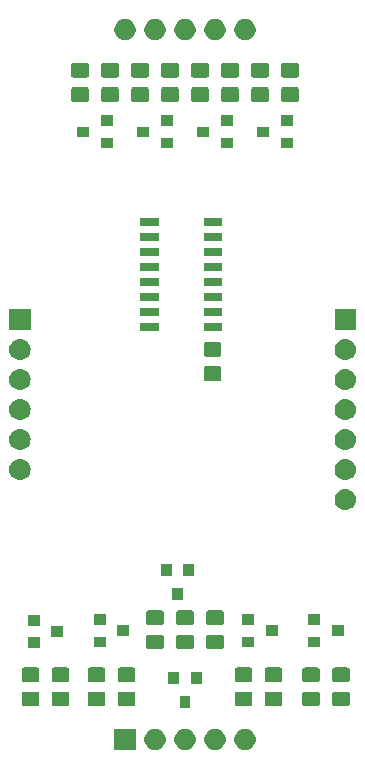
<source format=gbr>
G04 #@! TF.GenerationSoftware,KiCad,Pcbnew,(5.1.0)-1*
G04 #@! TF.CreationDate,2020-01-26T20:33:10+01:00*
G04 #@! TF.ProjectId,Huge7SegDisplay,48756765-3753-4656-9744-6973706c6179,rev?*
G04 #@! TF.SameCoordinates,Original*
G04 #@! TF.FileFunction,Soldermask,Bot*
G04 #@! TF.FilePolarity,Negative*
%FSLAX46Y46*%
G04 Gerber Fmt 4.6, Leading zero omitted, Abs format (unit mm)*
G04 Created by KiCad (PCBNEW (5.1.0)-1) date 2020-01-26 20:33:10*
%MOMM*%
%LPD*%
G04 APERTURE LIST*
%ADD10C,0.100000*%
G04 APERTURE END LIST*
D10*
G36*
X99173512Y-126103927D02*
G01*
X99322812Y-126133624D01*
X99486784Y-126201544D01*
X99634354Y-126300147D01*
X99759853Y-126425646D01*
X99858456Y-126573216D01*
X99926376Y-126737188D01*
X99961000Y-126911259D01*
X99961000Y-127088741D01*
X99926376Y-127262812D01*
X99858456Y-127426784D01*
X99759853Y-127574354D01*
X99634354Y-127699853D01*
X99486784Y-127798456D01*
X99322812Y-127866376D01*
X99173512Y-127896073D01*
X99148742Y-127901000D01*
X98971258Y-127901000D01*
X98946488Y-127896073D01*
X98797188Y-127866376D01*
X98633216Y-127798456D01*
X98485646Y-127699853D01*
X98360147Y-127574354D01*
X98261544Y-127426784D01*
X98193624Y-127262812D01*
X98159000Y-127088741D01*
X98159000Y-126911259D01*
X98193624Y-126737188D01*
X98261544Y-126573216D01*
X98360147Y-126425646D01*
X98485646Y-126300147D01*
X98633216Y-126201544D01*
X98797188Y-126133624D01*
X98946488Y-126103927D01*
X98971258Y-126099000D01*
X99148742Y-126099000D01*
X99173512Y-126103927D01*
X99173512Y-126103927D01*
G37*
G36*
X104253512Y-126103927D02*
G01*
X104402812Y-126133624D01*
X104566784Y-126201544D01*
X104714354Y-126300147D01*
X104839853Y-126425646D01*
X104938456Y-126573216D01*
X105006376Y-126737188D01*
X105041000Y-126911259D01*
X105041000Y-127088741D01*
X105006376Y-127262812D01*
X104938456Y-127426784D01*
X104839853Y-127574354D01*
X104714354Y-127699853D01*
X104566784Y-127798456D01*
X104402812Y-127866376D01*
X104253512Y-127896073D01*
X104228742Y-127901000D01*
X104051258Y-127901000D01*
X104026488Y-127896073D01*
X103877188Y-127866376D01*
X103713216Y-127798456D01*
X103565646Y-127699853D01*
X103440147Y-127574354D01*
X103341544Y-127426784D01*
X103273624Y-127262812D01*
X103239000Y-127088741D01*
X103239000Y-126911259D01*
X103273624Y-126737188D01*
X103341544Y-126573216D01*
X103440147Y-126425646D01*
X103565646Y-126300147D01*
X103713216Y-126201544D01*
X103877188Y-126133624D01*
X104026488Y-126103927D01*
X104051258Y-126099000D01*
X104228742Y-126099000D01*
X104253512Y-126103927D01*
X104253512Y-126103927D01*
G37*
G36*
X97421000Y-127901000D02*
G01*
X95619000Y-127901000D01*
X95619000Y-126099000D01*
X97421000Y-126099000D01*
X97421000Y-127901000D01*
X97421000Y-127901000D01*
G37*
G36*
X101713512Y-126103927D02*
G01*
X101862812Y-126133624D01*
X102026784Y-126201544D01*
X102174354Y-126300147D01*
X102299853Y-126425646D01*
X102398456Y-126573216D01*
X102466376Y-126737188D01*
X102501000Y-126911259D01*
X102501000Y-127088741D01*
X102466376Y-127262812D01*
X102398456Y-127426784D01*
X102299853Y-127574354D01*
X102174354Y-127699853D01*
X102026784Y-127798456D01*
X101862812Y-127866376D01*
X101713512Y-127896073D01*
X101688742Y-127901000D01*
X101511258Y-127901000D01*
X101486488Y-127896073D01*
X101337188Y-127866376D01*
X101173216Y-127798456D01*
X101025646Y-127699853D01*
X100900147Y-127574354D01*
X100801544Y-127426784D01*
X100733624Y-127262812D01*
X100699000Y-127088741D01*
X100699000Y-126911259D01*
X100733624Y-126737188D01*
X100801544Y-126573216D01*
X100900147Y-126425646D01*
X101025646Y-126300147D01*
X101173216Y-126201544D01*
X101337188Y-126133624D01*
X101486488Y-126103927D01*
X101511258Y-126099000D01*
X101688742Y-126099000D01*
X101713512Y-126103927D01*
X101713512Y-126103927D01*
G37*
G36*
X106793512Y-126103927D02*
G01*
X106942812Y-126133624D01*
X107106784Y-126201544D01*
X107254354Y-126300147D01*
X107379853Y-126425646D01*
X107478456Y-126573216D01*
X107546376Y-126737188D01*
X107581000Y-126911259D01*
X107581000Y-127088741D01*
X107546376Y-127262812D01*
X107478456Y-127426784D01*
X107379853Y-127574354D01*
X107254354Y-127699853D01*
X107106784Y-127798456D01*
X106942812Y-127866376D01*
X106793512Y-127896073D01*
X106768742Y-127901000D01*
X106591258Y-127901000D01*
X106566488Y-127896073D01*
X106417188Y-127866376D01*
X106253216Y-127798456D01*
X106105646Y-127699853D01*
X105980147Y-127574354D01*
X105881544Y-127426784D01*
X105813624Y-127262812D01*
X105779000Y-127088741D01*
X105779000Y-126911259D01*
X105813624Y-126737188D01*
X105881544Y-126573216D01*
X105980147Y-126425646D01*
X106105646Y-126300147D01*
X106253216Y-126201544D01*
X106417188Y-126133624D01*
X106566488Y-126103927D01*
X106591258Y-126099000D01*
X106768742Y-126099000D01*
X106793512Y-126103927D01*
X106793512Y-126103927D01*
G37*
G36*
X102051000Y-124326000D02*
G01*
X101149000Y-124326000D01*
X101149000Y-123324000D01*
X102051000Y-123324000D01*
X102051000Y-124326000D01*
X102051000Y-124326000D01*
G37*
G36*
X112856674Y-122958465D02*
G01*
X112894367Y-122969899D01*
X112929103Y-122988466D01*
X112959548Y-123013452D01*
X112984534Y-123043897D01*
X113003101Y-123078633D01*
X113014535Y-123116326D01*
X113019000Y-123161661D01*
X113019000Y-123998339D01*
X113014535Y-124043674D01*
X113003101Y-124081367D01*
X112984534Y-124116103D01*
X112959548Y-124146548D01*
X112929103Y-124171534D01*
X112894367Y-124190101D01*
X112856674Y-124201535D01*
X112811339Y-124206000D01*
X111724661Y-124206000D01*
X111679326Y-124201535D01*
X111641633Y-124190101D01*
X111606897Y-124171534D01*
X111576452Y-124146548D01*
X111551466Y-124116103D01*
X111532899Y-124081367D01*
X111521465Y-124043674D01*
X111517000Y-123998339D01*
X111517000Y-123161661D01*
X111521465Y-123116326D01*
X111532899Y-123078633D01*
X111551466Y-123043897D01*
X111576452Y-123013452D01*
X111606897Y-122988466D01*
X111641633Y-122969899D01*
X111679326Y-122958465D01*
X111724661Y-122954000D01*
X112811339Y-122954000D01*
X112856674Y-122958465D01*
X112856674Y-122958465D01*
G37*
G36*
X107141674Y-122958465D02*
G01*
X107179367Y-122969899D01*
X107214103Y-122988466D01*
X107244548Y-123013452D01*
X107269534Y-123043897D01*
X107288101Y-123078633D01*
X107299535Y-123116326D01*
X107304000Y-123161661D01*
X107304000Y-123998339D01*
X107299535Y-124043674D01*
X107288101Y-124081367D01*
X107269534Y-124116103D01*
X107244548Y-124146548D01*
X107214103Y-124171534D01*
X107179367Y-124190101D01*
X107141674Y-124201535D01*
X107096339Y-124206000D01*
X106009661Y-124206000D01*
X105964326Y-124201535D01*
X105926633Y-124190101D01*
X105891897Y-124171534D01*
X105861452Y-124146548D01*
X105836466Y-124116103D01*
X105817899Y-124081367D01*
X105806465Y-124043674D01*
X105802000Y-123998339D01*
X105802000Y-123161661D01*
X105806465Y-123116326D01*
X105817899Y-123078633D01*
X105836466Y-123043897D01*
X105861452Y-123013452D01*
X105891897Y-122988466D01*
X105926633Y-122969899D01*
X105964326Y-122958465D01*
X106009661Y-122954000D01*
X107096339Y-122954000D01*
X107141674Y-122958465D01*
X107141674Y-122958465D01*
G37*
G36*
X94695674Y-122958465D02*
G01*
X94733367Y-122969899D01*
X94768103Y-122988466D01*
X94798548Y-123013452D01*
X94823534Y-123043897D01*
X94842101Y-123078633D01*
X94853535Y-123116326D01*
X94858000Y-123161661D01*
X94858000Y-123998339D01*
X94853535Y-124043674D01*
X94842101Y-124081367D01*
X94823534Y-124116103D01*
X94798548Y-124146548D01*
X94768103Y-124171534D01*
X94733367Y-124190101D01*
X94695674Y-124201535D01*
X94650339Y-124206000D01*
X93563661Y-124206000D01*
X93518326Y-124201535D01*
X93480633Y-124190101D01*
X93445897Y-124171534D01*
X93415452Y-124146548D01*
X93390466Y-124116103D01*
X93371899Y-124081367D01*
X93360465Y-124043674D01*
X93356000Y-123998339D01*
X93356000Y-123161661D01*
X93360465Y-123116326D01*
X93371899Y-123078633D01*
X93390466Y-123043897D01*
X93415452Y-123013452D01*
X93445897Y-122988466D01*
X93480633Y-122969899D01*
X93518326Y-122958465D01*
X93563661Y-122954000D01*
X94650339Y-122954000D01*
X94695674Y-122958465D01*
X94695674Y-122958465D01*
G37*
G36*
X89107674Y-122958465D02*
G01*
X89145367Y-122969899D01*
X89180103Y-122988466D01*
X89210548Y-123013452D01*
X89235534Y-123043897D01*
X89254101Y-123078633D01*
X89265535Y-123116326D01*
X89270000Y-123161661D01*
X89270000Y-123998339D01*
X89265535Y-124043674D01*
X89254101Y-124081367D01*
X89235534Y-124116103D01*
X89210548Y-124146548D01*
X89180103Y-124171534D01*
X89145367Y-124190101D01*
X89107674Y-124201535D01*
X89062339Y-124206000D01*
X87975661Y-124206000D01*
X87930326Y-124201535D01*
X87892633Y-124190101D01*
X87857897Y-124171534D01*
X87827452Y-124146548D01*
X87802466Y-124116103D01*
X87783899Y-124081367D01*
X87772465Y-124043674D01*
X87768000Y-123998339D01*
X87768000Y-123161661D01*
X87772465Y-123116326D01*
X87783899Y-123078633D01*
X87802466Y-123043897D01*
X87827452Y-123013452D01*
X87857897Y-122988466D01*
X87892633Y-122969899D01*
X87930326Y-122958465D01*
X87975661Y-122954000D01*
X89062339Y-122954000D01*
X89107674Y-122958465D01*
X89107674Y-122958465D01*
G37*
G36*
X109681674Y-122958465D02*
G01*
X109719367Y-122969899D01*
X109754103Y-122988466D01*
X109784548Y-123013452D01*
X109809534Y-123043897D01*
X109828101Y-123078633D01*
X109839535Y-123116326D01*
X109844000Y-123161661D01*
X109844000Y-123998339D01*
X109839535Y-124043674D01*
X109828101Y-124081367D01*
X109809534Y-124116103D01*
X109784548Y-124146548D01*
X109754103Y-124171534D01*
X109719367Y-124190101D01*
X109681674Y-124201535D01*
X109636339Y-124206000D01*
X108549661Y-124206000D01*
X108504326Y-124201535D01*
X108466633Y-124190101D01*
X108431897Y-124171534D01*
X108401452Y-124146548D01*
X108376466Y-124116103D01*
X108357899Y-124081367D01*
X108346465Y-124043674D01*
X108342000Y-123998339D01*
X108342000Y-123161661D01*
X108346465Y-123116326D01*
X108357899Y-123078633D01*
X108376466Y-123043897D01*
X108401452Y-123013452D01*
X108431897Y-122988466D01*
X108466633Y-122969899D01*
X108504326Y-122958465D01*
X108549661Y-122954000D01*
X109636339Y-122954000D01*
X109681674Y-122958465D01*
X109681674Y-122958465D01*
G37*
G36*
X97235674Y-122958465D02*
G01*
X97273367Y-122969899D01*
X97308103Y-122988466D01*
X97338548Y-123013452D01*
X97363534Y-123043897D01*
X97382101Y-123078633D01*
X97393535Y-123116326D01*
X97398000Y-123161661D01*
X97398000Y-123998339D01*
X97393535Y-124043674D01*
X97382101Y-124081367D01*
X97363534Y-124116103D01*
X97338548Y-124146548D01*
X97308103Y-124171534D01*
X97273367Y-124190101D01*
X97235674Y-124201535D01*
X97190339Y-124206000D01*
X96103661Y-124206000D01*
X96058326Y-124201535D01*
X96020633Y-124190101D01*
X95985897Y-124171534D01*
X95955452Y-124146548D01*
X95930466Y-124116103D01*
X95911899Y-124081367D01*
X95900465Y-124043674D01*
X95896000Y-123998339D01*
X95896000Y-123161661D01*
X95900465Y-123116326D01*
X95911899Y-123078633D01*
X95930466Y-123043897D01*
X95955452Y-123013452D01*
X95985897Y-122988466D01*
X96020633Y-122969899D01*
X96058326Y-122958465D01*
X96103661Y-122954000D01*
X97190339Y-122954000D01*
X97235674Y-122958465D01*
X97235674Y-122958465D01*
G37*
G36*
X91647674Y-122958465D02*
G01*
X91685367Y-122969899D01*
X91720103Y-122988466D01*
X91750548Y-123013452D01*
X91775534Y-123043897D01*
X91794101Y-123078633D01*
X91805535Y-123116326D01*
X91810000Y-123161661D01*
X91810000Y-123998339D01*
X91805535Y-124043674D01*
X91794101Y-124081367D01*
X91775534Y-124116103D01*
X91750548Y-124146548D01*
X91720103Y-124171534D01*
X91685367Y-124190101D01*
X91647674Y-124201535D01*
X91602339Y-124206000D01*
X90515661Y-124206000D01*
X90470326Y-124201535D01*
X90432633Y-124190101D01*
X90397897Y-124171534D01*
X90367452Y-124146548D01*
X90342466Y-124116103D01*
X90323899Y-124081367D01*
X90312465Y-124043674D01*
X90308000Y-123998339D01*
X90308000Y-123161661D01*
X90312465Y-123116326D01*
X90323899Y-123078633D01*
X90342466Y-123043897D01*
X90367452Y-123013452D01*
X90397897Y-122988466D01*
X90432633Y-122969899D01*
X90470326Y-122958465D01*
X90515661Y-122954000D01*
X91602339Y-122954000D01*
X91647674Y-122958465D01*
X91647674Y-122958465D01*
G37*
G36*
X115396674Y-122958465D02*
G01*
X115434367Y-122969899D01*
X115469103Y-122988466D01*
X115499548Y-123013452D01*
X115524534Y-123043897D01*
X115543101Y-123078633D01*
X115554535Y-123116326D01*
X115559000Y-123161661D01*
X115559000Y-123998339D01*
X115554535Y-124043674D01*
X115543101Y-124081367D01*
X115524534Y-124116103D01*
X115499548Y-124146548D01*
X115469103Y-124171534D01*
X115434367Y-124190101D01*
X115396674Y-124201535D01*
X115351339Y-124206000D01*
X114264661Y-124206000D01*
X114219326Y-124201535D01*
X114181633Y-124190101D01*
X114146897Y-124171534D01*
X114116452Y-124146548D01*
X114091466Y-124116103D01*
X114072899Y-124081367D01*
X114061465Y-124043674D01*
X114057000Y-123998339D01*
X114057000Y-123161661D01*
X114061465Y-123116326D01*
X114072899Y-123078633D01*
X114091466Y-123043897D01*
X114116452Y-123013452D01*
X114146897Y-122988466D01*
X114181633Y-122969899D01*
X114219326Y-122958465D01*
X114264661Y-122954000D01*
X115351339Y-122954000D01*
X115396674Y-122958465D01*
X115396674Y-122958465D01*
G37*
G36*
X101101000Y-122326000D02*
G01*
X100199000Y-122326000D01*
X100199000Y-121324000D01*
X101101000Y-121324000D01*
X101101000Y-122326000D01*
X101101000Y-122326000D01*
G37*
G36*
X103001000Y-122326000D02*
G01*
X102099000Y-122326000D01*
X102099000Y-121324000D01*
X103001000Y-121324000D01*
X103001000Y-122326000D01*
X103001000Y-122326000D01*
G37*
G36*
X91647674Y-120908465D02*
G01*
X91685367Y-120919899D01*
X91720103Y-120938466D01*
X91750548Y-120963452D01*
X91775534Y-120993897D01*
X91794101Y-121028633D01*
X91805535Y-121066326D01*
X91810000Y-121111661D01*
X91810000Y-121948339D01*
X91805535Y-121993674D01*
X91794101Y-122031367D01*
X91775534Y-122066103D01*
X91750548Y-122096548D01*
X91720103Y-122121534D01*
X91685367Y-122140101D01*
X91647674Y-122151535D01*
X91602339Y-122156000D01*
X90515661Y-122156000D01*
X90470326Y-122151535D01*
X90432633Y-122140101D01*
X90397897Y-122121534D01*
X90367452Y-122096548D01*
X90342466Y-122066103D01*
X90323899Y-122031367D01*
X90312465Y-121993674D01*
X90308000Y-121948339D01*
X90308000Y-121111661D01*
X90312465Y-121066326D01*
X90323899Y-121028633D01*
X90342466Y-120993897D01*
X90367452Y-120963452D01*
X90397897Y-120938466D01*
X90432633Y-120919899D01*
X90470326Y-120908465D01*
X90515661Y-120904000D01*
X91602339Y-120904000D01*
X91647674Y-120908465D01*
X91647674Y-120908465D01*
G37*
G36*
X89107674Y-120908465D02*
G01*
X89145367Y-120919899D01*
X89180103Y-120938466D01*
X89210548Y-120963452D01*
X89235534Y-120993897D01*
X89254101Y-121028633D01*
X89265535Y-121066326D01*
X89270000Y-121111661D01*
X89270000Y-121948339D01*
X89265535Y-121993674D01*
X89254101Y-122031367D01*
X89235534Y-122066103D01*
X89210548Y-122096548D01*
X89180103Y-122121534D01*
X89145367Y-122140101D01*
X89107674Y-122151535D01*
X89062339Y-122156000D01*
X87975661Y-122156000D01*
X87930326Y-122151535D01*
X87892633Y-122140101D01*
X87857897Y-122121534D01*
X87827452Y-122096548D01*
X87802466Y-122066103D01*
X87783899Y-122031367D01*
X87772465Y-121993674D01*
X87768000Y-121948339D01*
X87768000Y-121111661D01*
X87772465Y-121066326D01*
X87783899Y-121028633D01*
X87802466Y-120993897D01*
X87827452Y-120963452D01*
X87857897Y-120938466D01*
X87892633Y-120919899D01*
X87930326Y-120908465D01*
X87975661Y-120904000D01*
X89062339Y-120904000D01*
X89107674Y-120908465D01*
X89107674Y-120908465D01*
G37*
G36*
X112856674Y-120908465D02*
G01*
X112894367Y-120919899D01*
X112929103Y-120938466D01*
X112959548Y-120963452D01*
X112984534Y-120993897D01*
X113003101Y-121028633D01*
X113014535Y-121066326D01*
X113019000Y-121111661D01*
X113019000Y-121948339D01*
X113014535Y-121993674D01*
X113003101Y-122031367D01*
X112984534Y-122066103D01*
X112959548Y-122096548D01*
X112929103Y-122121534D01*
X112894367Y-122140101D01*
X112856674Y-122151535D01*
X112811339Y-122156000D01*
X111724661Y-122156000D01*
X111679326Y-122151535D01*
X111641633Y-122140101D01*
X111606897Y-122121534D01*
X111576452Y-122096548D01*
X111551466Y-122066103D01*
X111532899Y-122031367D01*
X111521465Y-121993674D01*
X111517000Y-121948339D01*
X111517000Y-121111661D01*
X111521465Y-121066326D01*
X111532899Y-121028633D01*
X111551466Y-120993897D01*
X111576452Y-120963452D01*
X111606897Y-120938466D01*
X111641633Y-120919899D01*
X111679326Y-120908465D01*
X111724661Y-120904000D01*
X112811339Y-120904000D01*
X112856674Y-120908465D01*
X112856674Y-120908465D01*
G37*
G36*
X94695674Y-120908465D02*
G01*
X94733367Y-120919899D01*
X94768103Y-120938466D01*
X94798548Y-120963452D01*
X94823534Y-120993897D01*
X94842101Y-121028633D01*
X94853535Y-121066326D01*
X94858000Y-121111661D01*
X94858000Y-121948339D01*
X94853535Y-121993674D01*
X94842101Y-122031367D01*
X94823534Y-122066103D01*
X94798548Y-122096548D01*
X94768103Y-122121534D01*
X94733367Y-122140101D01*
X94695674Y-122151535D01*
X94650339Y-122156000D01*
X93563661Y-122156000D01*
X93518326Y-122151535D01*
X93480633Y-122140101D01*
X93445897Y-122121534D01*
X93415452Y-122096548D01*
X93390466Y-122066103D01*
X93371899Y-122031367D01*
X93360465Y-121993674D01*
X93356000Y-121948339D01*
X93356000Y-121111661D01*
X93360465Y-121066326D01*
X93371899Y-121028633D01*
X93390466Y-120993897D01*
X93415452Y-120963452D01*
X93445897Y-120938466D01*
X93480633Y-120919899D01*
X93518326Y-120908465D01*
X93563661Y-120904000D01*
X94650339Y-120904000D01*
X94695674Y-120908465D01*
X94695674Y-120908465D01*
G37*
G36*
X109681674Y-120908465D02*
G01*
X109719367Y-120919899D01*
X109754103Y-120938466D01*
X109784548Y-120963452D01*
X109809534Y-120993897D01*
X109828101Y-121028633D01*
X109839535Y-121066326D01*
X109844000Y-121111661D01*
X109844000Y-121948339D01*
X109839535Y-121993674D01*
X109828101Y-122031367D01*
X109809534Y-122066103D01*
X109784548Y-122096548D01*
X109754103Y-122121534D01*
X109719367Y-122140101D01*
X109681674Y-122151535D01*
X109636339Y-122156000D01*
X108549661Y-122156000D01*
X108504326Y-122151535D01*
X108466633Y-122140101D01*
X108431897Y-122121534D01*
X108401452Y-122096548D01*
X108376466Y-122066103D01*
X108357899Y-122031367D01*
X108346465Y-121993674D01*
X108342000Y-121948339D01*
X108342000Y-121111661D01*
X108346465Y-121066326D01*
X108357899Y-121028633D01*
X108376466Y-120993897D01*
X108401452Y-120963452D01*
X108431897Y-120938466D01*
X108466633Y-120919899D01*
X108504326Y-120908465D01*
X108549661Y-120904000D01*
X109636339Y-120904000D01*
X109681674Y-120908465D01*
X109681674Y-120908465D01*
G37*
G36*
X107141674Y-120908465D02*
G01*
X107179367Y-120919899D01*
X107214103Y-120938466D01*
X107244548Y-120963452D01*
X107269534Y-120993897D01*
X107288101Y-121028633D01*
X107299535Y-121066326D01*
X107304000Y-121111661D01*
X107304000Y-121948339D01*
X107299535Y-121993674D01*
X107288101Y-122031367D01*
X107269534Y-122066103D01*
X107244548Y-122096548D01*
X107214103Y-122121534D01*
X107179367Y-122140101D01*
X107141674Y-122151535D01*
X107096339Y-122156000D01*
X106009661Y-122156000D01*
X105964326Y-122151535D01*
X105926633Y-122140101D01*
X105891897Y-122121534D01*
X105861452Y-122096548D01*
X105836466Y-122066103D01*
X105817899Y-122031367D01*
X105806465Y-121993674D01*
X105802000Y-121948339D01*
X105802000Y-121111661D01*
X105806465Y-121066326D01*
X105817899Y-121028633D01*
X105836466Y-120993897D01*
X105861452Y-120963452D01*
X105891897Y-120938466D01*
X105926633Y-120919899D01*
X105964326Y-120908465D01*
X106009661Y-120904000D01*
X107096339Y-120904000D01*
X107141674Y-120908465D01*
X107141674Y-120908465D01*
G37*
G36*
X97235674Y-120908465D02*
G01*
X97273367Y-120919899D01*
X97308103Y-120938466D01*
X97338548Y-120963452D01*
X97363534Y-120993897D01*
X97382101Y-121028633D01*
X97393535Y-121066326D01*
X97398000Y-121111661D01*
X97398000Y-121948339D01*
X97393535Y-121993674D01*
X97382101Y-122031367D01*
X97363534Y-122066103D01*
X97338548Y-122096548D01*
X97308103Y-122121534D01*
X97273367Y-122140101D01*
X97235674Y-122151535D01*
X97190339Y-122156000D01*
X96103661Y-122156000D01*
X96058326Y-122151535D01*
X96020633Y-122140101D01*
X95985897Y-122121534D01*
X95955452Y-122096548D01*
X95930466Y-122066103D01*
X95911899Y-122031367D01*
X95900465Y-121993674D01*
X95896000Y-121948339D01*
X95896000Y-121111661D01*
X95900465Y-121066326D01*
X95911899Y-121028633D01*
X95930466Y-120993897D01*
X95955452Y-120963452D01*
X95985897Y-120938466D01*
X96020633Y-120919899D01*
X96058326Y-120908465D01*
X96103661Y-120904000D01*
X97190339Y-120904000D01*
X97235674Y-120908465D01*
X97235674Y-120908465D01*
G37*
G36*
X115396674Y-120908465D02*
G01*
X115434367Y-120919899D01*
X115469103Y-120938466D01*
X115499548Y-120963452D01*
X115524534Y-120993897D01*
X115543101Y-121028633D01*
X115554535Y-121066326D01*
X115559000Y-121111661D01*
X115559000Y-121948339D01*
X115554535Y-121993674D01*
X115543101Y-122031367D01*
X115524534Y-122066103D01*
X115499548Y-122096548D01*
X115469103Y-122121534D01*
X115434367Y-122140101D01*
X115396674Y-122151535D01*
X115351339Y-122156000D01*
X114264661Y-122156000D01*
X114219326Y-122151535D01*
X114181633Y-122140101D01*
X114146897Y-122121534D01*
X114116452Y-122096548D01*
X114091466Y-122066103D01*
X114072899Y-122031367D01*
X114061465Y-121993674D01*
X114057000Y-121948339D01*
X114057000Y-121111661D01*
X114061465Y-121066326D01*
X114072899Y-121028633D01*
X114091466Y-120993897D01*
X114116452Y-120963452D01*
X114146897Y-120938466D01*
X114181633Y-120919899D01*
X114219326Y-120908465D01*
X114264661Y-120904000D01*
X115351339Y-120904000D01*
X115396674Y-120908465D01*
X115396674Y-120908465D01*
G37*
G36*
X102188674Y-118123465D02*
G01*
X102226367Y-118134899D01*
X102261103Y-118153466D01*
X102291548Y-118178452D01*
X102316534Y-118208897D01*
X102335101Y-118243633D01*
X102346535Y-118281326D01*
X102351000Y-118326661D01*
X102351000Y-119163339D01*
X102346535Y-119208674D01*
X102335101Y-119246367D01*
X102316534Y-119281103D01*
X102291548Y-119311548D01*
X102261103Y-119336534D01*
X102226367Y-119355101D01*
X102188674Y-119366535D01*
X102143339Y-119371000D01*
X101056661Y-119371000D01*
X101011326Y-119366535D01*
X100973633Y-119355101D01*
X100938897Y-119336534D01*
X100908452Y-119311548D01*
X100883466Y-119281103D01*
X100864899Y-119246367D01*
X100853465Y-119208674D01*
X100849000Y-119163339D01*
X100849000Y-118326661D01*
X100853465Y-118281326D01*
X100864899Y-118243633D01*
X100883466Y-118208897D01*
X100908452Y-118178452D01*
X100938897Y-118153466D01*
X100973633Y-118134899D01*
X101011326Y-118123465D01*
X101056661Y-118119000D01*
X102143339Y-118119000D01*
X102188674Y-118123465D01*
X102188674Y-118123465D01*
G37*
G36*
X104728674Y-118123465D02*
G01*
X104766367Y-118134899D01*
X104801103Y-118153466D01*
X104831548Y-118178452D01*
X104856534Y-118208897D01*
X104875101Y-118243633D01*
X104886535Y-118281326D01*
X104891000Y-118326661D01*
X104891000Y-119163339D01*
X104886535Y-119208674D01*
X104875101Y-119246367D01*
X104856534Y-119281103D01*
X104831548Y-119311548D01*
X104801103Y-119336534D01*
X104766367Y-119355101D01*
X104728674Y-119366535D01*
X104683339Y-119371000D01*
X103596661Y-119371000D01*
X103551326Y-119366535D01*
X103513633Y-119355101D01*
X103478897Y-119336534D01*
X103448452Y-119311548D01*
X103423466Y-119281103D01*
X103404899Y-119246367D01*
X103393465Y-119208674D01*
X103389000Y-119163339D01*
X103389000Y-118326661D01*
X103393465Y-118281326D01*
X103404899Y-118243633D01*
X103423466Y-118208897D01*
X103448452Y-118178452D01*
X103478897Y-118153466D01*
X103513633Y-118134899D01*
X103551326Y-118123465D01*
X103596661Y-118119000D01*
X104683339Y-118119000D01*
X104728674Y-118123465D01*
X104728674Y-118123465D01*
G37*
G36*
X99648674Y-118123465D02*
G01*
X99686367Y-118134899D01*
X99721103Y-118153466D01*
X99751548Y-118178452D01*
X99776534Y-118208897D01*
X99795101Y-118243633D01*
X99806535Y-118281326D01*
X99811000Y-118326661D01*
X99811000Y-119163339D01*
X99806535Y-119208674D01*
X99795101Y-119246367D01*
X99776534Y-119281103D01*
X99751548Y-119311548D01*
X99721103Y-119336534D01*
X99686367Y-119355101D01*
X99648674Y-119366535D01*
X99603339Y-119371000D01*
X98516661Y-119371000D01*
X98471326Y-119366535D01*
X98433633Y-119355101D01*
X98398897Y-119336534D01*
X98368452Y-119311548D01*
X98343466Y-119281103D01*
X98324899Y-119246367D01*
X98313465Y-119208674D01*
X98309000Y-119163339D01*
X98309000Y-118326661D01*
X98313465Y-118281326D01*
X98324899Y-118243633D01*
X98343466Y-118208897D01*
X98368452Y-118178452D01*
X98398897Y-118153466D01*
X98433633Y-118134899D01*
X98471326Y-118123465D01*
X98516661Y-118119000D01*
X99603339Y-118119000D01*
X99648674Y-118123465D01*
X99648674Y-118123465D01*
G37*
G36*
X89290000Y-119257000D02*
G01*
X88288000Y-119257000D01*
X88288000Y-118355000D01*
X89290000Y-118355000D01*
X89290000Y-119257000D01*
X89290000Y-119257000D01*
G37*
G36*
X113039000Y-119196000D02*
G01*
X112037000Y-119196000D01*
X112037000Y-118294000D01*
X113039000Y-118294000D01*
X113039000Y-119196000D01*
X113039000Y-119196000D01*
G37*
G36*
X94878000Y-119196000D02*
G01*
X93876000Y-119196000D01*
X93876000Y-118294000D01*
X94878000Y-118294000D01*
X94878000Y-119196000D01*
X94878000Y-119196000D01*
G37*
G36*
X107451000Y-119196000D02*
G01*
X106449000Y-119196000D01*
X106449000Y-118294000D01*
X107451000Y-118294000D01*
X107451000Y-119196000D01*
X107451000Y-119196000D01*
G37*
G36*
X91290000Y-118307000D02*
G01*
X90288000Y-118307000D01*
X90288000Y-117405000D01*
X91290000Y-117405000D01*
X91290000Y-118307000D01*
X91290000Y-118307000D01*
G37*
G36*
X115039000Y-118246000D02*
G01*
X114037000Y-118246000D01*
X114037000Y-117344000D01*
X115039000Y-117344000D01*
X115039000Y-118246000D01*
X115039000Y-118246000D01*
G37*
G36*
X96878000Y-118246000D02*
G01*
X95876000Y-118246000D01*
X95876000Y-117344000D01*
X96878000Y-117344000D01*
X96878000Y-118246000D01*
X96878000Y-118246000D01*
G37*
G36*
X109451000Y-118246000D02*
G01*
X108449000Y-118246000D01*
X108449000Y-117344000D01*
X109451000Y-117344000D01*
X109451000Y-118246000D01*
X109451000Y-118246000D01*
G37*
G36*
X89290000Y-117357000D02*
G01*
X88288000Y-117357000D01*
X88288000Y-116455000D01*
X89290000Y-116455000D01*
X89290000Y-117357000D01*
X89290000Y-117357000D01*
G37*
G36*
X99648674Y-116073465D02*
G01*
X99686367Y-116084899D01*
X99721103Y-116103466D01*
X99751548Y-116128452D01*
X99776534Y-116158897D01*
X99795101Y-116193633D01*
X99806535Y-116231326D01*
X99811000Y-116276661D01*
X99811000Y-117113339D01*
X99806535Y-117158674D01*
X99795101Y-117196367D01*
X99776534Y-117231103D01*
X99751548Y-117261548D01*
X99721103Y-117286534D01*
X99686367Y-117305101D01*
X99648674Y-117316535D01*
X99603339Y-117321000D01*
X98516661Y-117321000D01*
X98471326Y-117316535D01*
X98433633Y-117305101D01*
X98398897Y-117286534D01*
X98368452Y-117261548D01*
X98343466Y-117231103D01*
X98324899Y-117196367D01*
X98313465Y-117158674D01*
X98309000Y-117113339D01*
X98309000Y-116276661D01*
X98313465Y-116231326D01*
X98324899Y-116193633D01*
X98343466Y-116158897D01*
X98368452Y-116128452D01*
X98398897Y-116103466D01*
X98433633Y-116084899D01*
X98471326Y-116073465D01*
X98516661Y-116069000D01*
X99603339Y-116069000D01*
X99648674Y-116073465D01*
X99648674Y-116073465D01*
G37*
G36*
X102188674Y-116073465D02*
G01*
X102226367Y-116084899D01*
X102261103Y-116103466D01*
X102291548Y-116128452D01*
X102316534Y-116158897D01*
X102335101Y-116193633D01*
X102346535Y-116231326D01*
X102351000Y-116276661D01*
X102351000Y-117113339D01*
X102346535Y-117158674D01*
X102335101Y-117196367D01*
X102316534Y-117231103D01*
X102291548Y-117261548D01*
X102261103Y-117286534D01*
X102226367Y-117305101D01*
X102188674Y-117316535D01*
X102143339Y-117321000D01*
X101056661Y-117321000D01*
X101011326Y-117316535D01*
X100973633Y-117305101D01*
X100938897Y-117286534D01*
X100908452Y-117261548D01*
X100883466Y-117231103D01*
X100864899Y-117196367D01*
X100853465Y-117158674D01*
X100849000Y-117113339D01*
X100849000Y-116276661D01*
X100853465Y-116231326D01*
X100864899Y-116193633D01*
X100883466Y-116158897D01*
X100908452Y-116128452D01*
X100938897Y-116103466D01*
X100973633Y-116084899D01*
X101011326Y-116073465D01*
X101056661Y-116069000D01*
X102143339Y-116069000D01*
X102188674Y-116073465D01*
X102188674Y-116073465D01*
G37*
G36*
X104728674Y-116073465D02*
G01*
X104766367Y-116084899D01*
X104801103Y-116103466D01*
X104831548Y-116128452D01*
X104856534Y-116158897D01*
X104875101Y-116193633D01*
X104886535Y-116231326D01*
X104891000Y-116276661D01*
X104891000Y-117113339D01*
X104886535Y-117158674D01*
X104875101Y-117196367D01*
X104856534Y-117231103D01*
X104831548Y-117261548D01*
X104801103Y-117286534D01*
X104766367Y-117305101D01*
X104728674Y-117316535D01*
X104683339Y-117321000D01*
X103596661Y-117321000D01*
X103551326Y-117316535D01*
X103513633Y-117305101D01*
X103478897Y-117286534D01*
X103448452Y-117261548D01*
X103423466Y-117231103D01*
X103404899Y-117196367D01*
X103393465Y-117158674D01*
X103389000Y-117113339D01*
X103389000Y-116276661D01*
X103393465Y-116231326D01*
X103404899Y-116193633D01*
X103423466Y-116158897D01*
X103448452Y-116128452D01*
X103478897Y-116103466D01*
X103513633Y-116084899D01*
X103551326Y-116073465D01*
X103596661Y-116069000D01*
X104683339Y-116069000D01*
X104728674Y-116073465D01*
X104728674Y-116073465D01*
G37*
G36*
X107451000Y-117296000D02*
G01*
X106449000Y-117296000D01*
X106449000Y-116394000D01*
X107451000Y-116394000D01*
X107451000Y-117296000D01*
X107451000Y-117296000D01*
G37*
G36*
X113039000Y-117296000D02*
G01*
X112037000Y-117296000D01*
X112037000Y-116394000D01*
X113039000Y-116394000D01*
X113039000Y-117296000D01*
X113039000Y-117296000D01*
G37*
G36*
X94878000Y-117296000D02*
G01*
X93876000Y-117296000D01*
X93876000Y-116394000D01*
X94878000Y-116394000D01*
X94878000Y-117296000D01*
X94878000Y-117296000D01*
G37*
G36*
X101416000Y-115166000D02*
G01*
X100514000Y-115166000D01*
X100514000Y-114164000D01*
X101416000Y-114164000D01*
X101416000Y-115166000D01*
X101416000Y-115166000D01*
G37*
G36*
X102366000Y-113166000D02*
G01*
X101464000Y-113166000D01*
X101464000Y-112164000D01*
X102366000Y-112164000D01*
X102366000Y-113166000D01*
X102366000Y-113166000D01*
G37*
G36*
X100466000Y-113166000D02*
G01*
X99564000Y-113166000D01*
X99564000Y-112164000D01*
X100466000Y-112164000D01*
X100466000Y-113166000D01*
X100466000Y-113166000D01*
G37*
G36*
X115280443Y-105785519D02*
G01*
X115346627Y-105792037D01*
X115516466Y-105843557D01*
X115672991Y-105927222D01*
X115708729Y-105956552D01*
X115810186Y-106039814D01*
X115893448Y-106141271D01*
X115922778Y-106177009D01*
X116006443Y-106333534D01*
X116057963Y-106503373D01*
X116075359Y-106680000D01*
X116057963Y-106856627D01*
X116006443Y-107026466D01*
X115922778Y-107182991D01*
X115893448Y-107218729D01*
X115810186Y-107320186D01*
X115708729Y-107403448D01*
X115672991Y-107432778D01*
X115516466Y-107516443D01*
X115346627Y-107567963D01*
X115280443Y-107574481D01*
X115214260Y-107581000D01*
X115125740Y-107581000D01*
X115059557Y-107574481D01*
X114993373Y-107567963D01*
X114823534Y-107516443D01*
X114667009Y-107432778D01*
X114631271Y-107403448D01*
X114529814Y-107320186D01*
X114446552Y-107218729D01*
X114417222Y-107182991D01*
X114333557Y-107026466D01*
X114282037Y-106856627D01*
X114264641Y-106680000D01*
X114282037Y-106503373D01*
X114333557Y-106333534D01*
X114417222Y-106177009D01*
X114446552Y-106141271D01*
X114529814Y-106039814D01*
X114631271Y-105956552D01*
X114667009Y-105927222D01*
X114823534Y-105843557D01*
X114993373Y-105792037D01*
X115059557Y-105785519D01*
X115125740Y-105779000D01*
X115214260Y-105779000D01*
X115280443Y-105785519D01*
X115280443Y-105785519D01*
G37*
G36*
X115280443Y-103245519D02*
G01*
X115346627Y-103252037D01*
X115516466Y-103303557D01*
X115672991Y-103387222D01*
X115708729Y-103416552D01*
X115810186Y-103499814D01*
X115893448Y-103601271D01*
X115922778Y-103637009D01*
X116006443Y-103793534D01*
X116057963Y-103963373D01*
X116075359Y-104140000D01*
X116057963Y-104316627D01*
X116006443Y-104486466D01*
X115922778Y-104642991D01*
X115893448Y-104678729D01*
X115810186Y-104780186D01*
X115708729Y-104863448D01*
X115672991Y-104892778D01*
X115516466Y-104976443D01*
X115346627Y-105027963D01*
X115280442Y-105034482D01*
X115214260Y-105041000D01*
X115125740Y-105041000D01*
X115059557Y-105034481D01*
X114993373Y-105027963D01*
X114823534Y-104976443D01*
X114667009Y-104892778D01*
X114631271Y-104863448D01*
X114529814Y-104780186D01*
X114446552Y-104678729D01*
X114417222Y-104642991D01*
X114333557Y-104486466D01*
X114282037Y-104316627D01*
X114264641Y-104140000D01*
X114282037Y-103963373D01*
X114333557Y-103793534D01*
X114417222Y-103637009D01*
X114446552Y-103601271D01*
X114529814Y-103499814D01*
X114631271Y-103416552D01*
X114667009Y-103387222D01*
X114823534Y-103303557D01*
X114993373Y-103252037D01*
X115059558Y-103245518D01*
X115125740Y-103239000D01*
X115214260Y-103239000D01*
X115280443Y-103245519D01*
X115280443Y-103245519D01*
G37*
G36*
X87740443Y-103245519D02*
G01*
X87806627Y-103252037D01*
X87976466Y-103303557D01*
X88132991Y-103387222D01*
X88168729Y-103416552D01*
X88270186Y-103499814D01*
X88353448Y-103601271D01*
X88382778Y-103637009D01*
X88466443Y-103793534D01*
X88517963Y-103963373D01*
X88535359Y-104140000D01*
X88517963Y-104316627D01*
X88466443Y-104486466D01*
X88382778Y-104642991D01*
X88353448Y-104678729D01*
X88270186Y-104780186D01*
X88168729Y-104863448D01*
X88132991Y-104892778D01*
X87976466Y-104976443D01*
X87806627Y-105027963D01*
X87740442Y-105034482D01*
X87674260Y-105041000D01*
X87585740Y-105041000D01*
X87519557Y-105034481D01*
X87453373Y-105027963D01*
X87283534Y-104976443D01*
X87127009Y-104892778D01*
X87091271Y-104863448D01*
X86989814Y-104780186D01*
X86906552Y-104678729D01*
X86877222Y-104642991D01*
X86793557Y-104486466D01*
X86742037Y-104316627D01*
X86724641Y-104140000D01*
X86742037Y-103963373D01*
X86793557Y-103793534D01*
X86877222Y-103637009D01*
X86906552Y-103601271D01*
X86989814Y-103499814D01*
X87091271Y-103416552D01*
X87127009Y-103387222D01*
X87283534Y-103303557D01*
X87453373Y-103252037D01*
X87519558Y-103245518D01*
X87585740Y-103239000D01*
X87674260Y-103239000D01*
X87740443Y-103245519D01*
X87740443Y-103245519D01*
G37*
G36*
X115280443Y-100705519D02*
G01*
X115346627Y-100712037D01*
X115516466Y-100763557D01*
X115672991Y-100847222D01*
X115708729Y-100876552D01*
X115810186Y-100959814D01*
X115893448Y-101061271D01*
X115922778Y-101097009D01*
X116006443Y-101253534D01*
X116057963Y-101423373D01*
X116075359Y-101600000D01*
X116057963Y-101776627D01*
X116006443Y-101946466D01*
X115922778Y-102102991D01*
X115893448Y-102138729D01*
X115810186Y-102240186D01*
X115708729Y-102323448D01*
X115672991Y-102352778D01*
X115516466Y-102436443D01*
X115346627Y-102487963D01*
X115280442Y-102494482D01*
X115214260Y-102501000D01*
X115125740Y-102501000D01*
X115059558Y-102494482D01*
X114993373Y-102487963D01*
X114823534Y-102436443D01*
X114667009Y-102352778D01*
X114631271Y-102323448D01*
X114529814Y-102240186D01*
X114446552Y-102138729D01*
X114417222Y-102102991D01*
X114333557Y-101946466D01*
X114282037Y-101776627D01*
X114264641Y-101600000D01*
X114282037Y-101423373D01*
X114333557Y-101253534D01*
X114417222Y-101097009D01*
X114446552Y-101061271D01*
X114529814Y-100959814D01*
X114631271Y-100876552D01*
X114667009Y-100847222D01*
X114823534Y-100763557D01*
X114993373Y-100712037D01*
X115059557Y-100705519D01*
X115125740Y-100699000D01*
X115214260Y-100699000D01*
X115280443Y-100705519D01*
X115280443Y-100705519D01*
G37*
G36*
X87740443Y-100705519D02*
G01*
X87806627Y-100712037D01*
X87976466Y-100763557D01*
X88132991Y-100847222D01*
X88168729Y-100876552D01*
X88270186Y-100959814D01*
X88353448Y-101061271D01*
X88382778Y-101097009D01*
X88466443Y-101253534D01*
X88517963Y-101423373D01*
X88535359Y-101600000D01*
X88517963Y-101776627D01*
X88466443Y-101946466D01*
X88382778Y-102102991D01*
X88353448Y-102138729D01*
X88270186Y-102240186D01*
X88168729Y-102323448D01*
X88132991Y-102352778D01*
X87976466Y-102436443D01*
X87806627Y-102487963D01*
X87740442Y-102494482D01*
X87674260Y-102501000D01*
X87585740Y-102501000D01*
X87519558Y-102494482D01*
X87453373Y-102487963D01*
X87283534Y-102436443D01*
X87127009Y-102352778D01*
X87091271Y-102323448D01*
X86989814Y-102240186D01*
X86906552Y-102138729D01*
X86877222Y-102102991D01*
X86793557Y-101946466D01*
X86742037Y-101776627D01*
X86724641Y-101600000D01*
X86742037Y-101423373D01*
X86793557Y-101253534D01*
X86877222Y-101097009D01*
X86906552Y-101061271D01*
X86989814Y-100959814D01*
X87091271Y-100876552D01*
X87127009Y-100847222D01*
X87283534Y-100763557D01*
X87453373Y-100712037D01*
X87519557Y-100705519D01*
X87585740Y-100699000D01*
X87674260Y-100699000D01*
X87740443Y-100705519D01*
X87740443Y-100705519D01*
G37*
G36*
X115280443Y-98165519D02*
G01*
X115346627Y-98172037D01*
X115516466Y-98223557D01*
X115672991Y-98307222D01*
X115708729Y-98336552D01*
X115810186Y-98419814D01*
X115893448Y-98521271D01*
X115922778Y-98557009D01*
X116006443Y-98713534D01*
X116057963Y-98883373D01*
X116075359Y-99060000D01*
X116057963Y-99236627D01*
X116006443Y-99406466D01*
X115922778Y-99562991D01*
X115893448Y-99598729D01*
X115810186Y-99700186D01*
X115708729Y-99783448D01*
X115672991Y-99812778D01*
X115516466Y-99896443D01*
X115346627Y-99947963D01*
X115280443Y-99954481D01*
X115214260Y-99961000D01*
X115125740Y-99961000D01*
X115059557Y-99954481D01*
X114993373Y-99947963D01*
X114823534Y-99896443D01*
X114667009Y-99812778D01*
X114631271Y-99783448D01*
X114529814Y-99700186D01*
X114446552Y-99598729D01*
X114417222Y-99562991D01*
X114333557Y-99406466D01*
X114282037Y-99236627D01*
X114264641Y-99060000D01*
X114282037Y-98883373D01*
X114333557Y-98713534D01*
X114417222Y-98557009D01*
X114446552Y-98521271D01*
X114529814Y-98419814D01*
X114631271Y-98336552D01*
X114667009Y-98307222D01*
X114823534Y-98223557D01*
X114993373Y-98172037D01*
X115059557Y-98165519D01*
X115125740Y-98159000D01*
X115214260Y-98159000D01*
X115280443Y-98165519D01*
X115280443Y-98165519D01*
G37*
G36*
X87740443Y-98165519D02*
G01*
X87806627Y-98172037D01*
X87976466Y-98223557D01*
X88132991Y-98307222D01*
X88168729Y-98336552D01*
X88270186Y-98419814D01*
X88353448Y-98521271D01*
X88382778Y-98557009D01*
X88466443Y-98713534D01*
X88517963Y-98883373D01*
X88535359Y-99060000D01*
X88517963Y-99236627D01*
X88466443Y-99406466D01*
X88382778Y-99562991D01*
X88353448Y-99598729D01*
X88270186Y-99700186D01*
X88168729Y-99783448D01*
X88132991Y-99812778D01*
X87976466Y-99896443D01*
X87806627Y-99947963D01*
X87740443Y-99954481D01*
X87674260Y-99961000D01*
X87585740Y-99961000D01*
X87519557Y-99954481D01*
X87453373Y-99947963D01*
X87283534Y-99896443D01*
X87127009Y-99812778D01*
X87091271Y-99783448D01*
X86989814Y-99700186D01*
X86906552Y-99598729D01*
X86877222Y-99562991D01*
X86793557Y-99406466D01*
X86742037Y-99236627D01*
X86724641Y-99060000D01*
X86742037Y-98883373D01*
X86793557Y-98713534D01*
X86877222Y-98557009D01*
X86906552Y-98521271D01*
X86989814Y-98419814D01*
X87091271Y-98336552D01*
X87127009Y-98307222D01*
X87283534Y-98223557D01*
X87453373Y-98172037D01*
X87519557Y-98165519D01*
X87585740Y-98159000D01*
X87674260Y-98159000D01*
X87740443Y-98165519D01*
X87740443Y-98165519D01*
G37*
G36*
X115280442Y-95625518D02*
G01*
X115346627Y-95632037D01*
X115516466Y-95683557D01*
X115672991Y-95767222D01*
X115708729Y-95796552D01*
X115810186Y-95879814D01*
X115893448Y-95981271D01*
X115922778Y-96017009D01*
X116006443Y-96173534D01*
X116057963Y-96343373D01*
X116075359Y-96520000D01*
X116057963Y-96696627D01*
X116006443Y-96866466D01*
X115922778Y-97022991D01*
X115893448Y-97058729D01*
X115810186Y-97160186D01*
X115708729Y-97243448D01*
X115672991Y-97272778D01*
X115516466Y-97356443D01*
X115346627Y-97407963D01*
X115280442Y-97414482D01*
X115214260Y-97421000D01*
X115125740Y-97421000D01*
X115059558Y-97414482D01*
X114993373Y-97407963D01*
X114823534Y-97356443D01*
X114667009Y-97272778D01*
X114631271Y-97243448D01*
X114529814Y-97160186D01*
X114446552Y-97058729D01*
X114417222Y-97022991D01*
X114333557Y-96866466D01*
X114282037Y-96696627D01*
X114264641Y-96520000D01*
X114282037Y-96343373D01*
X114333557Y-96173534D01*
X114417222Y-96017009D01*
X114446552Y-95981271D01*
X114529814Y-95879814D01*
X114631271Y-95796552D01*
X114667009Y-95767222D01*
X114823534Y-95683557D01*
X114993373Y-95632037D01*
X115059558Y-95625518D01*
X115125740Y-95619000D01*
X115214260Y-95619000D01*
X115280442Y-95625518D01*
X115280442Y-95625518D01*
G37*
G36*
X87740442Y-95625518D02*
G01*
X87806627Y-95632037D01*
X87976466Y-95683557D01*
X88132991Y-95767222D01*
X88168729Y-95796552D01*
X88270186Y-95879814D01*
X88353448Y-95981271D01*
X88382778Y-96017009D01*
X88466443Y-96173534D01*
X88517963Y-96343373D01*
X88535359Y-96520000D01*
X88517963Y-96696627D01*
X88466443Y-96866466D01*
X88382778Y-97022991D01*
X88353448Y-97058729D01*
X88270186Y-97160186D01*
X88168729Y-97243448D01*
X88132991Y-97272778D01*
X87976466Y-97356443D01*
X87806627Y-97407963D01*
X87740442Y-97414482D01*
X87674260Y-97421000D01*
X87585740Y-97421000D01*
X87519558Y-97414482D01*
X87453373Y-97407963D01*
X87283534Y-97356443D01*
X87127009Y-97272778D01*
X87091271Y-97243448D01*
X86989814Y-97160186D01*
X86906552Y-97058729D01*
X86877222Y-97022991D01*
X86793557Y-96866466D01*
X86742037Y-96696627D01*
X86724641Y-96520000D01*
X86742037Y-96343373D01*
X86793557Y-96173534D01*
X86877222Y-96017009D01*
X86906552Y-95981271D01*
X86989814Y-95879814D01*
X87091271Y-95796552D01*
X87127009Y-95767222D01*
X87283534Y-95683557D01*
X87453373Y-95632037D01*
X87519558Y-95625518D01*
X87585740Y-95619000D01*
X87674260Y-95619000D01*
X87740442Y-95625518D01*
X87740442Y-95625518D01*
G37*
G36*
X104528674Y-95408465D02*
G01*
X104566367Y-95419899D01*
X104601103Y-95438466D01*
X104631548Y-95463452D01*
X104656534Y-95493897D01*
X104675101Y-95528633D01*
X104686535Y-95566326D01*
X104691000Y-95611661D01*
X104691000Y-96448339D01*
X104686535Y-96493674D01*
X104675101Y-96531367D01*
X104656534Y-96566103D01*
X104631548Y-96596548D01*
X104601103Y-96621534D01*
X104566367Y-96640101D01*
X104528674Y-96651535D01*
X104483339Y-96656000D01*
X103396661Y-96656000D01*
X103351326Y-96651535D01*
X103313633Y-96640101D01*
X103278897Y-96621534D01*
X103248452Y-96596548D01*
X103223466Y-96566103D01*
X103204899Y-96531367D01*
X103193465Y-96493674D01*
X103189000Y-96448339D01*
X103189000Y-95611661D01*
X103193465Y-95566326D01*
X103204899Y-95528633D01*
X103223466Y-95493897D01*
X103248452Y-95463452D01*
X103278897Y-95438466D01*
X103313633Y-95419899D01*
X103351326Y-95408465D01*
X103396661Y-95404000D01*
X104483339Y-95404000D01*
X104528674Y-95408465D01*
X104528674Y-95408465D01*
G37*
G36*
X87740443Y-93085519D02*
G01*
X87806627Y-93092037D01*
X87976466Y-93143557D01*
X88132991Y-93227222D01*
X88168729Y-93256552D01*
X88270186Y-93339814D01*
X88330618Y-93413452D01*
X88382778Y-93477009D01*
X88466443Y-93633534D01*
X88517963Y-93803373D01*
X88535359Y-93980000D01*
X88517963Y-94156627D01*
X88466443Y-94326466D01*
X88382778Y-94482991D01*
X88355603Y-94516103D01*
X88270186Y-94620186D01*
X88168729Y-94703448D01*
X88132991Y-94732778D01*
X87976466Y-94816443D01*
X87806627Y-94867963D01*
X87740443Y-94874481D01*
X87674260Y-94881000D01*
X87585740Y-94881000D01*
X87519557Y-94874481D01*
X87453373Y-94867963D01*
X87283534Y-94816443D01*
X87127009Y-94732778D01*
X87091271Y-94703448D01*
X86989814Y-94620186D01*
X86904397Y-94516103D01*
X86877222Y-94482991D01*
X86793557Y-94326466D01*
X86742037Y-94156627D01*
X86724641Y-93980000D01*
X86742037Y-93803373D01*
X86793557Y-93633534D01*
X86877222Y-93477009D01*
X86929382Y-93413452D01*
X86989814Y-93339814D01*
X87091271Y-93256552D01*
X87127009Y-93227222D01*
X87283534Y-93143557D01*
X87453373Y-93092037D01*
X87519557Y-93085519D01*
X87585740Y-93079000D01*
X87674260Y-93079000D01*
X87740443Y-93085519D01*
X87740443Y-93085519D01*
G37*
G36*
X115280443Y-93085519D02*
G01*
X115346627Y-93092037D01*
X115516466Y-93143557D01*
X115672991Y-93227222D01*
X115708729Y-93256552D01*
X115810186Y-93339814D01*
X115870618Y-93413452D01*
X115922778Y-93477009D01*
X116006443Y-93633534D01*
X116057963Y-93803373D01*
X116075359Y-93980000D01*
X116057963Y-94156627D01*
X116006443Y-94326466D01*
X115922778Y-94482991D01*
X115895603Y-94516103D01*
X115810186Y-94620186D01*
X115708729Y-94703448D01*
X115672991Y-94732778D01*
X115516466Y-94816443D01*
X115346627Y-94867963D01*
X115280443Y-94874481D01*
X115214260Y-94881000D01*
X115125740Y-94881000D01*
X115059557Y-94874481D01*
X114993373Y-94867963D01*
X114823534Y-94816443D01*
X114667009Y-94732778D01*
X114631271Y-94703448D01*
X114529814Y-94620186D01*
X114444397Y-94516103D01*
X114417222Y-94482991D01*
X114333557Y-94326466D01*
X114282037Y-94156627D01*
X114264641Y-93980000D01*
X114282037Y-93803373D01*
X114333557Y-93633534D01*
X114417222Y-93477009D01*
X114469382Y-93413452D01*
X114529814Y-93339814D01*
X114631271Y-93256552D01*
X114667009Y-93227222D01*
X114823534Y-93143557D01*
X114993373Y-93092037D01*
X115059557Y-93085519D01*
X115125740Y-93079000D01*
X115214260Y-93079000D01*
X115280443Y-93085519D01*
X115280443Y-93085519D01*
G37*
G36*
X104528674Y-93358465D02*
G01*
X104566367Y-93369899D01*
X104601103Y-93388466D01*
X104631548Y-93413452D01*
X104656534Y-93443897D01*
X104675101Y-93478633D01*
X104686535Y-93516326D01*
X104691000Y-93561661D01*
X104691000Y-94398339D01*
X104686535Y-94443674D01*
X104675101Y-94481367D01*
X104656534Y-94516103D01*
X104631548Y-94546548D01*
X104601103Y-94571534D01*
X104566367Y-94590101D01*
X104528674Y-94601535D01*
X104483339Y-94606000D01*
X103396661Y-94606000D01*
X103351326Y-94601535D01*
X103313633Y-94590101D01*
X103278897Y-94571534D01*
X103248452Y-94546548D01*
X103223466Y-94516103D01*
X103204899Y-94481367D01*
X103193465Y-94443674D01*
X103189000Y-94398339D01*
X103189000Y-93561661D01*
X103193465Y-93516326D01*
X103204899Y-93478633D01*
X103223466Y-93443897D01*
X103248452Y-93413452D01*
X103278897Y-93388466D01*
X103313633Y-93369899D01*
X103351326Y-93358465D01*
X103396661Y-93354000D01*
X104483339Y-93354000D01*
X104528674Y-93358465D01*
X104528674Y-93358465D01*
G37*
G36*
X104771000Y-92426000D02*
G01*
X103169000Y-92426000D01*
X103169000Y-91724000D01*
X104771000Y-91724000D01*
X104771000Y-92426000D01*
X104771000Y-92426000D01*
G37*
G36*
X99371000Y-92426000D02*
G01*
X97769000Y-92426000D01*
X97769000Y-91724000D01*
X99371000Y-91724000D01*
X99371000Y-92426000D01*
X99371000Y-92426000D01*
G37*
G36*
X116071000Y-92341000D02*
G01*
X114269000Y-92341000D01*
X114269000Y-90539000D01*
X116071000Y-90539000D01*
X116071000Y-92341000D01*
X116071000Y-92341000D01*
G37*
G36*
X88531000Y-92341000D02*
G01*
X86729000Y-92341000D01*
X86729000Y-90539000D01*
X88531000Y-90539000D01*
X88531000Y-92341000D01*
X88531000Y-92341000D01*
G37*
G36*
X99371000Y-91156000D02*
G01*
X97769000Y-91156000D01*
X97769000Y-90454000D01*
X99371000Y-90454000D01*
X99371000Y-91156000D01*
X99371000Y-91156000D01*
G37*
G36*
X104771000Y-91156000D02*
G01*
X103169000Y-91156000D01*
X103169000Y-90454000D01*
X104771000Y-90454000D01*
X104771000Y-91156000D01*
X104771000Y-91156000D01*
G37*
G36*
X99371000Y-89886000D02*
G01*
X97769000Y-89886000D01*
X97769000Y-89184000D01*
X99371000Y-89184000D01*
X99371000Y-89886000D01*
X99371000Y-89886000D01*
G37*
G36*
X104771000Y-89886000D02*
G01*
X103169000Y-89886000D01*
X103169000Y-89184000D01*
X104771000Y-89184000D01*
X104771000Y-89886000D01*
X104771000Y-89886000D01*
G37*
G36*
X99371000Y-88616000D02*
G01*
X97769000Y-88616000D01*
X97769000Y-87914000D01*
X99371000Y-87914000D01*
X99371000Y-88616000D01*
X99371000Y-88616000D01*
G37*
G36*
X104771000Y-88616000D02*
G01*
X103169000Y-88616000D01*
X103169000Y-87914000D01*
X104771000Y-87914000D01*
X104771000Y-88616000D01*
X104771000Y-88616000D01*
G37*
G36*
X99371000Y-87346000D02*
G01*
X97769000Y-87346000D01*
X97769000Y-86644000D01*
X99371000Y-86644000D01*
X99371000Y-87346000D01*
X99371000Y-87346000D01*
G37*
G36*
X104771000Y-87346000D02*
G01*
X103169000Y-87346000D01*
X103169000Y-86644000D01*
X104771000Y-86644000D01*
X104771000Y-87346000D01*
X104771000Y-87346000D01*
G37*
G36*
X99371000Y-86076000D02*
G01*
X97769000Y-86076000D01*
X97769000Y-85374000D01*
X99371000Y-85374000D01*
X99371000Y-86076000D01*
X99371000Y-86076000D01*
G37*
G36*
X104771000Y-86076000D02*
G01*
X103169000Y-86076000D01*
X103169000Y-85374000D01*
X104771000Y-85374000D01*
X104771000Y-86076000D01*
X104771000Y-86076000D01*
G37*
G36*
X99371000Y-84806000D02*
G01*
X97769000Y-84806000D01*
X97769000Y-84104000D01*
X99371000Y-84104000D01*
X99371000Y-84806000D01*
X99371000Y-84806000D01*
G37*
G36*
X104771000Y-84806000D02*
G01*
X103169000Y-84806000D01*
X103169000Y-84104000D01*
X104771000Y-84104000D01*
X104771000Y-84806000D01*
X104771000Y-84806000D01*
G37*
G36*
X99371000Y-83536000D02*
G01*
X97769000Y-83536000D01*
X97769000Y-82834000D01*
X99371000Y-82834000D01*
X99371000Y-83536000D01*
X99371000Y-83536000D01*
G37*
G36*
X104771000Y-83536000D02*
G01*
X103169000Y-83536000D01*
X103169000Y-82834000D01*
X104771000Y-82834000D01*
X104771000Y-83536000D01*
X104771000Y-83536000D01*
G37*
G36*
X110721000Y-76966000D02*
G01*
X109719000Y-76966000D01*
X109719000Y-76064000D01*
X110721000Y-76064000D01*
X110721000Y-76966000D01*
X110721000Y-76966000D01*
G37*
G36*
X95481000Y-76966000D02*
G01*
X94479000Y-76966000D01*
X94479000Y-76064000D01*
X95481000Y-76064000D01*
X95481000Y-76966000D01*
X95481000Y-76966000D01*
G37*
G36*
X100561000Y-76966000D02*
G01*
X99559000Y-76966000D01*
X99559000Y-76064000D01*
X100561000Y-76064000D01*
X100561000Y-76966000D01*
X100561000Y-76966000D01*
G37*
G36*
X105641000Y-76966000D02*
G01*
X104639000Y-76966000D01*
X104639000Y-76064000D01*
X105641000Y-76064000D01*
X105641000Y-76966000D01*
X105641000Y-76966000D01*
G37*
G36*
X108721000Y-76016000D02*
G01*
X107719000Y-76016000D01*
X107719000Y-75114000D01*
X108721000Y-75114000D01*
X108721000Y-76016000D01*
X108721000Y-76016000D01*
G37*
G36*
X93481000Y-76016000D02*
G01*
X92479000Y-76016000D01*
X92479000Y-75114000D01*
X93481000Y-75114000D01*
X93481000Y-76016000D01*
X93481000Y-76016000D01*
G37*
G36*
X98561000Y-76016000D02*
G01*
X97559000Y-76016000D01*
X97559000Y-75114000D01*
X98561000Y-75114000D01*
X98561000Y-76016000D01*
X98561000Y-76016000D01*
G37*
G36*
X103641000Y-76016000D02*
G01*
X102639000Y-76016000D01*
X102639000Y-75114000D01*
X103641000Y-75114000D01*
X103641000Y-76016000D01*
X103641000Y-76016000D01*
G37*
G36*
X100561000Y-75066000D02*
G01*
X99559000Y-75066000D01*
X99559000Y-74164000D01*
X100561000Y-74164000D01*
X100561000Y-75066000D01*
X100561000Y-75066000D01*
G37*
G36*
X105641000Y-75066000D02*
G01*
X104639000Y-75066000D01*
X104639000Y-74164000D01*
X105641000Y-74164000D01*
X105641000Y-75066000D01*
X105641000Y-75066000D01*
G37*
G36*
X110721000Y-75066000D02*
G01*
X109719000Y-75066000D01*
X109719000Y-74164000D01*
X110721000Y-74164000D01*
X110721000Y-75066000D01*
X110721000Y-75066000D01*
G37*
G36*
X95481000Y-75066000D02*
G01*
X94479000Y-75066000D01*
X94479000Y-74164000D01*
X95481000Y-74164000D01*
X95481000Y-75066000D01*
X95481000Y-75066000D01*
G37*
G36*
X95838674Y-71768465D02*
G01*
X95876367Y-71779899D01*
X95911103Y-71798466D01*
X95941548Y-71823452D01*
X95966534Y-71853897D01*
X95985101Y-71888633D01*
X95996535Y-71926326D01*
X96001000Y-71971661D01*
X96001000Y-72808339D01*
X95996535Y-72853674D01*
X95985101Y-72891367D01*
X95966534Y-72926103D01*
X95941548Y-72956548D01*
X95911103Y-72981534D01*
X95876367Y-73000101D01*
X95838674Y-73011535D01*
X95793339Y-73016000D01*
X94706661Y-73016000D01*
X94661326Y-73011535D01*
X94623633Y-73000101D01*
X94588897Y-72981534D01*
X94558452Y-72956548D01*
X94533466Y-72926103D01*
X94514899Y-72891367D01*
X94503465Y-72853674D01*
X94499000Y-72808339D01*
X94499000Y-71971661D01*
X94503465Y-71926326D01*
X94514899Y-71888633D01*
X94533466Y-71853897D01*
X94558452Y-71823452D01*
X94588897Y-71798466D01*
X94623633Y-71779899D01*
X94661326Y-71768465D01*
X94706661Y-71764000D01*
X95793339Y-71764000D01*
X95838674Y-71768465D01*
X95838674Y-71768465D01*
G37*
G36*
X98378674Y-71768465D02*
G01*
X98416367Y-71779899D01*
X98451103Y-71798466D01*
X98481548Y-71823452D01*
X98506534Y-71853897D01*
X98525101Y-71888633D01*
X98536535Y-71926326D01*
X98541000Y-71971661D01*
X98541000Y-72808339D01*
X98536535Y-72853674D01*
X98525101Y-72891367D01*
X98506534Y-72926103D01*
X98481548Y-72956548D01*
X98451103Y-72981534D01*
X98416367Y-73000101D01*
X98378674Y-73011535D01*
X98333339Y-73016000D01*
X97246661Y-73016000D01*
X97201326Y-73011535D01*
X97163633Y-73000101D01*
X97128897Y-72981534D01*
X97098452Y-72956548D01*
X97073466Y-72926103D01*
X97054899Y-72891367D01*
X97043465Y-72853674D01*
X97039000Y-72808339D01*
X97039000Y-71971661D01*
X97043465Y-71926326D01*
X97054899Y-71888633D01*
X97073466Y-71853897D01*
X97098452Y-71823452D01*
X97128897Y-71798466D01*
X97163633Y-71779899D01*
X97201326Y-71768465D01*
X97246661Y-71764000D01*
X98333339Y-71764000D01*
X98378674Y-71768465D01*
X98378674Y-71768465D01*
G37*
G36*
X100918674Y-71768465D02*
G01*
X100956367Y-71779899D01*
X100991103Y-71798466D01*
X101021548Y-71823452D01*
X101046534Y-71853897D01*
X101065101Y-71888633D01*
X101076535Y-71926326D01*
X101081000Y-71971661D01*
X101081000Y-72808339D01*
X101076535Y-72853674D01*
X101065101Y-72891367D01*
X101046534Y-72926103D01*
X101021548Y-72956548D01*
X100991103Y-72981534D01*
X100956367Y-73000101D01*
X100918674Y-73011535D01*
X100873339Y-73016000D01*
X99786661Y-73016000D01*
X99741326Y-73011535D01*
X99703633Y-73000101D01*
X99668897Y-72981534D01*
X99638452Y-72956548D01*
X99613466Y-72926103D01*
X99594899Y-72891367D01*
X99583465Y-72853674D01*
X99579000Y-72808339D01*
X99579000Y-71971661D01*
X99583465Y-71926326D01*
X99594899Y-71888633D01*
X99613466Y-71853897D01*
X99638452Y-71823452D01*
X99668897Y-71798466D01*
X99703633Y-71779899D01*
X99741326Y-71768465D01*
X99786661Y-71764000D01*
X100873339Y-71764000D01*
X100918674Y-71768465D01*
X100918674Y-71768465D01*
G37*
G36*
X103458674Y-71768465D02*
G01*
X103496367Y-71779899D01*
X103531103Y-71798466D01*
X103561548Y-71823452D01*
X103586534Y-71853897D01*
X103605101Y-71888633D01*
X103616535Y-71926326D01*
X103621000Y-71971661D01*
X103621000Y-72808339D01*
X103616535Y-72853674D01*
X103605101Y-72891367D01*
X103586534Y-72926103D01*
X103561548Y-72956548D01*
X103531103Y-72981534D01*
X103496367Y-73000101D01*
X103458674Y-73011535D01*
X103413339Y-73016000D01*
X102326661Y-73016000D01*
X102281326Y-73011535D01*
X102243633Y-73000101D01*
X102208897Y-72981534D01*
X102178452Y-72956548D01*
X102153466Y-72926103D01*
X102134899Y-72891367D01*
X102123465Y-72853674D01*
X102119000Y-72808339D01*
X102119000Y-71971661D01*
X102123465Y-71926326D01*
X102134899Y-71888633D01*
X102153466Y-71853897D01*
X102178452Y-71823452D01*
X102208897Y-71798466D01*
X102243633Y-71779899D01*
X102281326Y-71768465D01*
X102326661Y-71764000D01*
X103413339Y-71764000D01*
X103458674Y-71768465D01*
X103458674Y-71768465D01*
G37*
G36*
X108538674Y-71768465D02*
G01*
X108576367Y-71779899D01*
X108611103Y-71798466D01*
X108641548Y-71823452D01*
X108666534Y-71853897D01*
X108685101Y-71888633D01*
X108696535Y-71926326D01*
X108701000Y-71971661D01*
X108701000Y-72808339D01*
X108696535Y-72853674D01*
X108685101Y-72891367D01*
X108666534Y-72926103D01*
X108641548Y-72956548D01*
X108611103Y-72981534D01*
X108576367Y-73000101D01*
X108538674Y-73011535D01*
X108493339Y-73016000D01*
X107406661Y-73016000D01*
X107361326Y-73011535D01*
X107323633Y-73000101D01*
X107288897Y-72981534D01*
X107258452Y-72956548D01*
X107233466Y-72926103D01*
X107214899Y-72891367D01*
X107203465Y-72853674D01*
X107199000Y-72808339D01*
X107199000Y-71971661D01*
X107203465Y-71926326D01*
X107214899Y-71888633D01*
X107233466Y-71853897D01*
X107258452Y-71823452D01*
X107288897Y-71798466D01*
X107323633Y-71779899D01*
X107361326Y-71768465D01*
X107406661Y-71764000D01*
X108493339Y-71764000D01*
X108538674Y-71768465D01*
X108538674Y-71768465D01*
G37*
G36*
X111078674Y-71768465D02*
G01*
X111116367Y-71779899D01*
X111151103Y-71798466D01*
X111181548Y-71823452D01*
X111206534Y-71853897D01*
X111225101Y-71888633D01*
X111236535Y-71926326D01*
X111241000Y-71971661D01*
X111241000Y-72808339D01*
X111236535Y-72853674D01*
X111225101Y-72891367D01*
X111206534Y-72926103D01*
X111181548Y-72956548D01*
X111151103Y-72981534D01*
X111116367Y-73000101D01*
X111078674Y-73011535D01*
X111033339Y-73016000D01*
X109946661Y-73016000D01*
X109901326Y-73011535D01*
X109863633Y-73000101D01*
X109828897Y-72981534D01*
X109798452Y-72956548D01*
X109773466Y-72926103D01*
X109754899Y-72891367D01*
X109743465Y-72853674D01*
X109739000Y-72808339D01*
X109739000Y-71971661D01*
X109743465Y-71926326D01*
X109754899Y-71888633D01*
X109773466Y-71853897D01*
X109798452Y-71823452D01*
X109828897Y-71798466D01*
X109863633Y-71779899D01*
X109901326Y-71768465D01*
X109946661Y-71764000D01*
X111033339Y-71764000D01*
X111078674Y-71768465D01*
X111078674Y-71768465D01*
G37*
G36*
X105998674Y-71768465D02*
G01*
X106036367Y-71779899D01*
X106071103Y-71798466D01*
X106101548Y-71823452D01*
X106126534Y-71853897D01*
X106145101Y-71888633D01*
X106156535Y-71926326D01*
X106161000Y-71971661D01*
X106161000Y-72808339D01*
X106156535Y-72853674D01*
X106145101Y-72891367D01*
X106126534Y-72926103D01*
X106101548Y-72956548D01*
X106071103Y-72981534D01*
X106036367Y-73000101D01*
X105998674Y-73011535D01*
X105953339Y-73016000D01*
X104866661Y-73016000D01*
X104821326Y-73011535D01*
X104783633Y-73000101D01*
X104748897Y-72981534D01*
X104718452Y-72956548D01*
X104693466Y-72926103D01*
X104674899Y-72891367D01*
X104663465Y-72853674D01*
X104659000Y-72808339D01*
X104659000Y-71971661D01*
X104663465Y-71926326D01*
X104674899Y-71888633D01*
X104693466Y-71853897D01*
X104718452Y-71823452D01*
X104748897Y-71798466D01*
X104783633Y-71779899D01*
X104821326Y-71768465D01*
X104866661Y-71764000D01*
X105953339Y-71764000D01*
X105998674Y-71768465D01*
X105998674Y-71768465D01*
G37*
G36*
X93298674Y-71768465D02*
G01*
X93336367Y-71779899D01*
X93371103Y-71798466D01*
X93401548Y-71823452D01*
X93426534Y-71853897D01*
X93445101Y-71888633D01*
X93456535Y-71926326D01*
X93461000Y-71971661D01*
X93461000Y-72808339D01*
X93456535Y-72853674D01*
X93445101Y-72891367D01*
X93426534Y-72926103D01*
X93401548Y-72956548D01*
X93371103Y-72981534D01*
X93336367Y-73000101D01*
X93298674Y-73011535D01*
X93253339Y-73016000D01*
X92166661Y-73016000D01*
X92121326Y-73011535D01*
X92083633Y-73000101D01*
X92048897Y-72981534D01*
X92018452Y-72956548D01*
X91993466Y-72926103D01*
X91974899Y-72891367D01*
X91963465Y-72853674D01*
X91959000Y-72808339D01*
X91959000Y-71971661D01*
X91963465Y-71926326D01*
X91974899Y-71888633D01*
X91993466Y-71853897D01*
X92018452Y-71823452D01*
X92048897Y-71798466D01*
X92083633Y-71779899D01*
X92121326Y-71768465D01*
X92166661Y-71764000D01*
X93253339Y-71764000D01*
X93298674Y-71768465D01*
X93298674Y-71768465D01*
G37*
G36*
X98378674Y-69718465D02*
G01*
X98416367Y-69729899D01*
X98451103Y-69748466D01*
X98481548Y-69773452D01*
X98506534Y-69803897D01*
X98525101Y-69838633D01*
X98536535Y-69876326D01*
X98541000Y-69921661D01*
X98541000Y-70758339D01*
X98536535Y-70803674D01*
X98525101Y-70841367D01*
X98506534Y-70876103D01*
X98481548Y-70906548D01*
X98451103Y-70931534D01*
X98416367Y-70950101D01*
X98378674Y-70961535D01*
X98333339Y-70966000D01*
X97246661Y-70966000D01*
X97201326Y-70961535D01*
X97163633Y-70950101D01*
X97128897Y-70931534D01*
X97098452Y-70906548D01*
X97073466Y-70876103D01*
X97054899Y-70841367D01*
X97043465Y-70803674D01*
X97039000Y-70758339D01*
X97039000Y-69921661D01*
X97043465Y-69876326D01*
X97054899Y-69838633D01*
X97073466Y-69803897D01*
X97098452Y-69773452D01*
X97128897Y-69748466D01*
X97163633Y-69729899D01*
X97201326Y-69718465D01*
X97246661Y-69714000D01*
X98333339Y-69714000D01*
X98378674Y-69718465D01*
X98378674Y-69718465D01*
G37*
G36*
X93298674Y-69718465D02*
G01*
X93336367Y-69729899D01*
X93371103Y-69748466D01*
X93401548Y-69773452D01*
X93426534Y-69803897D01*
X93445101Y-69838633D01*
X93456535Y-69876326D01*
X93461000Y-69921661D01*
X93461000Y-70758339D01*
X93456535Y-70803674D01*
X93445101Y-70841367D01*
X93426534Y-70876103D01*
X93401548Y-70906548D01*
X93371103Y-70931534D01*
X93336367Y-70950101D01*
X93298674Y-70961535D01*
X93253339Y-70966000D01*
X92166661Y-70966000D01*
X92121326Y-70961535D01*
X92083633Y-70950101D01*
X92048897Y-70931534D01*
X92018452Y-70906548D01*
X91993466Y-70876103D01*
X91974899Y-70841367D01*
X91963465Y-70803674D01*
X91959000Y-70758339D01*
X91959000Y-69921661D01*
X91963465Y-69876326D01*
X91974899Y-69838633D01*
X91993466Y-69803897D01*
X92018452Y-69773452D01*
X92048897Y-69748466D01*
X92083633Y-69729899D01*
X92121326Y-69718465D01*
X92166661Y-69714000D01*
X93253339Y-69714000D01*
X93298674Y-69718465D01*
X93298674Y-69718465D01*
G37*
G36*
X111078674Y-69718465D02*
G01*
X111116367Y-69729899D01*
X111151103Y-69748466D01*
X111181548Y-69773452D01*
X111206534Y-69803897D01*
X111225101Y-69838633D01*
X111236535Y-69876326D01*
X111241000Y-69921661D01*
X111241000Y-70758339D01*
X111236535Y-70803674D01*
X111225101Y-70841367D01*
X111206534Y-70876103D01*
X111181548Y-70906548D01*
X111151103Y-70931534D01*
X111116367Y-70950101D01*
X111078674Y-70961535D01*
X111033339Y-70966000D01*
X109946661Y-70966000D01*
X109901326Y-70961535D01*
X109863633Y-70950101D01*
X109828897Y-70931534D01*
X109798452Y-70906548D01*
X109773466Y-70876103D01*
X109754899Y-70841367D01*
X109743465Y-70803674D01*
X109739000Y-70758339D01*
X109739000Y-69921661D01*
X109743465Y-69876326D01*
X109754899Y-69838633D01*
X109773466Y-69803897D01*
X109798452Y-69773452D01*
X109828897Y-69748466D01*
X109863633Y-69729899D01*
X109901326Y-69718465D01*
X109946661Y-69714000D01*
X111033339Y-69714000D01*
X111078674Y-69718465D01*
X111078674Y-69718465D01*
G37*
G36*
X95838674Y-69718465D02*
G01*
X95876367Y-69729899D01*
X95911103Y-69748466D01*
X95941548Y-69773452D01*
X95966534Y-69803897D01*
X95985101Y-69838633D01*
X95996535Y-69876326D01*
X96001000Y-69921661D01*
X96001000Y-70758339D01*
X95996535Y-70803674D01*
X95985101Y-70841367D01*
X95966534Y-70876103D01*
X95941548Y-70906548D01*
X95911103Y-70931534D01*
X95876367Y-70950101D01*
X95838674Y-70961535D01*
X95793339Y-70966000D01*
X94706661Y-70966000D01*
X94661326Y-70961535D01*
X94623633Y-70950101D01*
X94588897Y-70931534D01*
X94558452Y-70906548D01*
X94533466Y-70876103D01*
X94514899Y-70841367D01*
X94503465Y-70803674D01*
X94499000Y-70758339D01*
X94499000Y-69921661D01*
X94503465Y-69876326D01*
X94514899Y-69838633D01*
X94533466Y-69803897D01*
X94558452Y-69773452D01*
X94588897Y-69748466D01*
X94623633Y-69729899D01*
X94661326Y-69718465D01*
X94706661Y-69714000D01*
X95793339Y-69714000D01*
X95838674Y-69718465D01*
X95838674Y-69718465D01*
G37*
G36*
X108538674Y-69718465D02*
G01*
X108576367Y-69729899D01*
X108611103Y-69748466D01*
X108641548Y-69773452D01*
X108666534Y-69803897D01*
X108685101Y-69838633D01*
X108696535Y-69876326D01*
X108701000Y-69921661D01*
X108701000Y-70758339D01*
X108696535Y-70803674D01*
X108685101Y-70841367D01*
X108666534Y-70876103D01*
X108641548Y-70906548D01*
X108611103Y-70931534D01*
X108576367Y-70950101D01*
X108538674Y-70961535D01*
X108493339Y-70966000D01*
X107406661Y-70966000D01*
X107361326Y-70961535D01*
X107323633Y-70950101D01*
X107288897Y-70931534D01*
X107258452Y-70906548D01*
X107233466Y-70876103D01*
X107214899Y-70841367D01*
X107203465Y-70803674D01*
X107199000Y-70758339D01*
X107199000Y-69921661D01*
X107203465Y-69876326D01*
X107214899Y-69838633D01*
X107233466Y-69803897D01*
X107258452Y-69773452D01*
X107288897Y-69748466D01*
X107323633Y-69729899D01*
X107361326Y-69718465D01*
X107406661Y-69714000D01*
X108493339Y-69714000D01*
X108538674Y-69718465D01*
X108538674Y-69718465D01*
G37*
G36*
X100918674Y-69718465D02*
G01*
X100956367Y-69729899D01*
X100991103Y-69748466D01*
X101021548Y-69773452D01*
X101046534Y-69803897D01*
X101065101Y-69838633D01*
X101076535Y-69876326D01*
X101081000Y-69921661D01*
X101081000Y-70758339D01*
X101076535Y-70803674D01*
X101065101Y-70841367D01*
X101046534Y-70876103D01*
X101021548Y-70906548D01*
X100991103Y-70931534D01*
X100956367Y-70950101D01*
X100918674Y-70961535D01*
X100873339Y-70966000D01*
X99786661Y-70966000D01*
X99741326Y-70961535D01*
X99703633Y-70950101D01*
X99668897Y-70931534D01*
X99638452Y-70906548D01*
X99613466Y-70876103D01*
X99594899Y-70841367D01*
X99583465Y-70803674D01*
X99579000Y-70758339D01*
X99579000Y-69921661D01*
X99583465Y-69876326D01*
X99594899Y-69838633D01*
X99613466Y-69803897D01*
X99638452Y-69773452D01*
X99668897Y-69748466D01*
X99703633Y-69729899D01*
X99741326Y-69718465D01*
X99786661Y-69714000D01*
X100873339Y-69714000D01*
X100918674Y-69718465D01*
X100918674Y-69718465D01*
G37*
G36*
X103458674Y-69718465D02*
G01*
X103496367Y-69729899D01*
X103531103Y-69748466D01*
X103561548Y-69773452D01*
X103586534Y-69803897D01*
X103605101Y-69838633D01*
X103616535Y-69876326D01*
X103621000Y-69921661D01*
X103621000Y-70758339D01*
X103616535Y-70803674D01*
X103605101Y-70841367D01*
X103586534Y-70876103D01*
X103561548Y-70906548D01*
X103531103Y-70931534D01*
X103496367Y-70950101D01*
X103458674Y-70961535D01*
X103413339Y-70966000D01*
X102326661Y-70966000D01*
X102281326Y-70961535D01*
X102243633Y-70950101D01*
X102208897Y-70931534D01*
X102178452Y-70906548D01*
X102153466Y-70876103D01*
X102134899Y-70841367D01*
X102123465Y-70803674D01*
X102119000Y-70758339D01*
X102119000Y-69921661D01*
X102123465Y-69876326D01*
X102134899Y-69838633D01*
X102153466Y-69803897D01*
X102178452Y-69773452D01*
X102208897Y-69748466D01*
X102243633Y-69729899D01*
X102281326Y-69718465D01*
X102326661Y-69714000D01*
X103413339Y-69714000D01*
X103458674Y-69718465D01*
X103458674Y-69718465D01*
G37*
G36*
X105998674Y-69718465D02*
G01*
X106036367Y-69729899D01*
X106071103Y-69748466D01*
X106101548Y-69773452D01*
X106126534Y-69803897D01*
X106145101Y-69838633D01*
X106156535Y-69876326D01*
X106161000Y-69921661D01*
X106161000Y-70758339D01*
X106156535Y-70803674D01*
X106145101Y-70841367D01*
X106126534Y-70876103D01*
X106101548Y-70906548D01*
X106071103Y-70931534D01*
X106036367Y-70950101D01*
X105998674Y-70961535D01*
X105953339Y-70966000D01*
X104866661Y-70966000D01*
X104821326Y-70961535D01*
X104783633Y-70950101D01*
X104748897Y-70931534D01*
X104718452Y-70906548D01*
X104693466Y-70876103D01*
X104674899Y-70841367D01*
X104663465Y-70803674D01*
X104659000Y-70758339D01*
X104659000Y-69921661D01*
X104663465Y-69876326D01*
X104674899Y-69838633D01*
X104693466Y-69803897D01*
X104718452Y-69773452D01*
X104748897Y-69748466D01*
X104783633Y-69729899D01*
X104821326Y-69718465D01*
X104866661Y-69714000D01*
X105953339Y-69714000D01*
X105998674Y-69718465D01*
X105998674Y-69718465D01*
G37*
G36*
X96633512Y-66003927D02*
G01*
X96782812Y-66033624D01*
X96946784Y-66101544D01*
X97094354Y-66200147D01*
X97219853Y-66325646D01*
X97318456Y-66473216D01*
X97386376Y-66637188D01*
X97421000Y-66811259D01*
X97421000Y-66988741D01*
X97386376Y-67162812D01*
X97318456Y-67326784D01*
X97219853Y-67474354D01*
X97094354Y-67599853D01*
X96946784Y-67698456D01*
X96782812Y-67766376D01*
X96633512Y-67796073D01*
X96608742Y-67801000D01*
X96431258Y-67801000D01*
X96406488Y-67796073D01*
X96257188Y-67766376D01*
X96093216Y-67698456D01*
X95945646Y-67599853D01*
X95820147Y-67474354D01*
X95721544Y-67326784D01*
X95653624Y-67162812D01*
X95619000Y-66988741D01*
X95619000Y-66811259D01*
X95653624Y-66637188D01*
X95721544Y-66473216D01*
X95820147Y-66325646D01*
X95945646Y-66200147D01*
X96093216Y-66101544D01*
X96257188Y-66033624D01*
X96406488Y-66003927D01*
X96431258Y-65999000D01*
X96608742Y-65999000D01*
X96633512Y-66003927D01*
X96633512Y-66003927D01*
G37*
G36*
X99173512Y-66003927D02*
G01*
X99322812Y-66033624D01*
X99486784Y-66101544D01*
X99634354Y-66200147D01*
X99759853Y-66325646D01*
X99858456Y-66473216D01*
X99926376Y-66637188D01*
X99961000Y-66811259D01*
X99961000Y-66988741D01*
X99926376Y-67162812D01*
X99858456Y-67326784D01*
X99759853Y-67474354D01*
X99634354Y-67599853D01*
X99486784Y-67698456D01*
X99322812Y-67766376D01*
X99173512Y-67796073D01*
X99148742Y-67801000D01*
X98971258Y-67801000D01*
X98946488Y-67796073D01*
X98797188Y-67766376D01*
X98633216Y-67698456D01*
X98485646Y-67599853D01*
X98360147Y-67474354D01*
X98261544Y-67326784D01*
X98193624Y-67162812D01*
X98159000Y-66988741D01*
X98159000Y-66811259D01*
X98193624Y-66637188D01*
X98261544Y-66473216D01*
X98360147Y-66325646D01*
X98485646Y-66200147D01*
X98633216Y-66101544D01*
X98797188Y-66033624D01*
X98946488Y-66003927D01*
X98971258Y-65999000D01*
X99148742Y-65999000D01*
X99173512Y-66003927D01*
X99173512Y-66003927D01*
G37*
G36*
X101713512Y-66003927D02*
G01*
X101862812Y-66033624D01*
X102026784Y-66101544D01*
X102174354Y-66200147D01*
X102299853Y-66325646D01*
X102398456Y-66473216D01*
X102466376Y-66637188D01*
X102501000Y-66811259D01*
X102501000Y-66988741D01*
X102466376Y-67162812D01*
X102398456Y-67326784D01*
X102299853Y-67474354D01*
X102174354Y-67599853D01*
X102026784Y-67698456D01*
X101862812Y-67766376D01*
X101713512Y-67796073D01*
X101688742Y-67801000D01*
X101511258Y-67801000D01*
X101486488Y-67796073D01*
X101337188Y-67766376D01*
X101173216Y-67698456D01*
X101025646Y-67599853D01*
X100900147Y-67474354D01*
X100801544Y-67326784D01*
X100733624Y-67162812D01*
X100699000Y-66988741D01*
X100699000Y-66811259D01*
X100733624Y-66637188D01*
X100801544Y-66473216D01*
X100900147Y-66325646D01*
X101025646Y-66200147D01*
X101173216Y-66101544D01*
X101337188Y-66033624D01*
X101486488Y-66003927D01*
X101511258Y-65999000D01*
X101688742Y-65999000D01*
X101713512Y-66003927D01*
X101713512Y-66003927D01*
G37*
G36*
X104253512Y-66003927D02*
G01*
X104402812Y-66033624D01*
X104566784Y-66101544D01*
X104714354Y-66200147D01*
X104839853Y-66325646D01*
X104938456Y-66473216D01*
X105006376Y-66637188D01*
X105041000Y-66811259D01*
X105041000Y-66988741D01*
X105006376Y-67162812D01*
X104938456Y-67326784D01*
X104839853Y-67474354D01*
X104714354Y-67599853D01*
X104566784Y-67698456D01*
X104402812Y-67766376D01*
X104253512Y-67796073D01*
X104228742Y-67801000D01*
X104051258Y-67801000D01*
X104026488Y-67796073D01*
X103877188Y-67766376D01*
X103713216Y-67698456D01*
X103565646Y-67599853D01*
X103440147Y-67474354D01*
X103341544Y-67326784D01*
X103273624Y-67162812D01*
X103239000Y-66988741D01*
X103239000Y-66811259D01*
X103273624Y-66637188D01*
X103341544Y-66473216D01*
X103440147Y-66325646D01*
X103565646Y-66200147D01*
X103713216Y-66101544D01*
X103877188Y-66033624D01*
X104026488Y-66003927D01*
X104051258Y-65999000D01*
X104228742Y-65999000D01*
X104253512Y-66003927D01*
X104253512Y-66003927D01*
G37*
G36*
X106793512Y-66003927D02*
G01*
X106942812Y-66033624D01*
X107106784Y-66101544D01*
X107254354Y-66200147D01*
X107379853Y-66325646D01*
X107478456Y-66473216D01*
X107546376Y-66637188D01*
X107581000Y-66811259D01*
X107581000Y-66988741D01*
X107546376Y-67162812D01*
X107478456Y-67326784D01*
X107379853Y-67474354D01*
X107254354Y-67599853D01*
X107106784Y-67698456D01*
X106942812Y-67766376D01*
X106793512Y-67796073D01*
X106768742Y-67801000D01*
X106591258Y-67801000D01*
X106566488Y-67796073D01*
X106417188Y-67766376D01*
X106253216Y-67698456D01*
X106105646Y-67599853D01*
X105980147Y-67474354D01*
X105881544Y-67326784D01*
X105813624Y-67162812D01*
X105779000Y-66988741D01*
X105779000Y-66811259D01*
X105813624Y-66637188D01*
X105881544Y-66473216D01*
X105980147Y-66325646D01*
X106105646Y-66200147D01*
X106253216Y-66101544D01*
X106417188Y-66033624D01*
X106566488Y-66003927D01*
X106591258Y-65999000D01*
X106768742Y-65999000D01*
X106793512Y-66003927D01*
X106793512Y-66003927D01*
G37*
M02*

</source>
